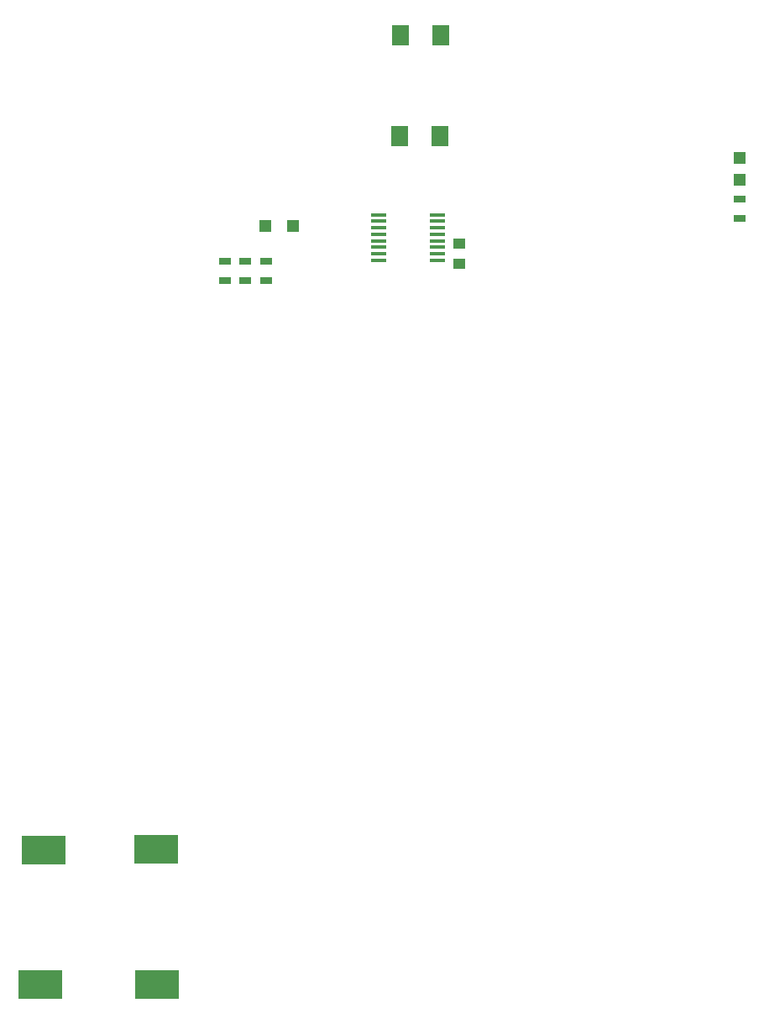
<source format=gtp>
G04 #@! TF.GenerationSoftware,KiCad,Pcbnew,5.0.2-bee76a0~70~ubuntu18.04.1*
G04 #@! TF.CreationDate,2021-09-27T14:10:48-04:00*
G04 #@! TF.ProjectId,LV Interface,4c562049-6e74-4657-9266-6163652e6b69,rev?*
G04 #@! TF.SameCoordinates,Original*
G04 #@! TF.FileFunction,Paste,Top*
G04 #@! TF.FilePolarity,Positive*
%FSLAX46Y46*%
G04 Gerber Fmt 4.6, Leading zero omitted, Abs format (unit mm)*
G04 Created by KiCad (PCBNEW 5.0.2-bee76a0~70~ubuntu18.04.1) date Mon 27 Sep 2021 02:10:48 PM EDT*
%MOMM*%
%LPD*%
G01*
G04 APERTURE LIST*
%ADD10R,1.200000X1.200000*%
%ADD11R,1.500000X0.450000*%
%ADD12R,1.250000X1.000000*%
%ADD13R,1.300000X0.700000*%
%ADD14R,1.778000X2.159000*%
%ADD15R,4.500000X3.000000*%
G04 APERTURE END LIST*
D10*
G04 #@! TO.C,D1*
X93977000Y-39331900D03*
X96777000Y-39331900D03*
G04 #@! TD*
D11*
G04 #@! TO.C,U5*
X111301320Y-38202440D03*
X111301320Y-38852440D03*
X111301320Y-39502440D03*
X111301320Y-40152440D03*
X111301320Y-40802440D03*
X111301320Y-41452440D03*
X111301320Y-42102440D03*
X111301320Y-42752440D03*
X105401320Y-42752440D03*
X105401320Y-42102440D03*
X105401320Y-41452440D03*
X105401320Y-40802440D03*
X105401320Y-40152440D03*
X105401320Y-39502440D03*
X105401320Y-38852440D03*
X105401320Y-38202440D03*
G04 #@! TD*
D12*
G04 #@! TO.C,C1*
X113489740Y-41114980D03*
X113489740Y-43114980D03*
G04 #@! TD*
D10*
G04 #@! TO.C,D3*
X141810740Y-34701660D03*
X141810740Y-32501660D03*
G04 #@! TD*
D13*
G04 #@! TO.C,R1*
X141765020Y-38536920D03*
X141765020Y-36636920D03*
G04 #@! TD*
G04 #@! TO.C,R2*
X94005400Y-42900600D03*
X94005400Y-44800600D03*
G04 #@! TD*
G04 #@! TO.C,R3*
X91922600Y-42915800D03*
X91922600Y-44815800D03*
G04 #@! TD*
G04 #@! TO.C,R4*
X89839800Y-42915800D03*
X89839800Y-44815800D03*
G04 #@! TD*
D14*
G04 #@! TO.C,D2*
X111518700Y-30284420D03*
X107454700Y-30284420D03*
G04 #@! TD*
G04 #@! TO.C,D4*
X107586780Y-20081240D03*
X111650780Y-20081240D03*
G04 #@! TD*
D15*
G04 #@! TO.C,TP1*
X82900520Y-102184200D03*
G04 #@! TD*
G04 #@! TO.C,TP2*
X71561960Y-102257860D03*
G04 #@! TD*
G04 #@! TO.C,TP3*
X71274940Y-115796060D03*
G04 #@! TD*
G04 #@! TO.C,TP4*
X83017360Y-115763040D03*
G04 #@! TD*
M02*

</source>
